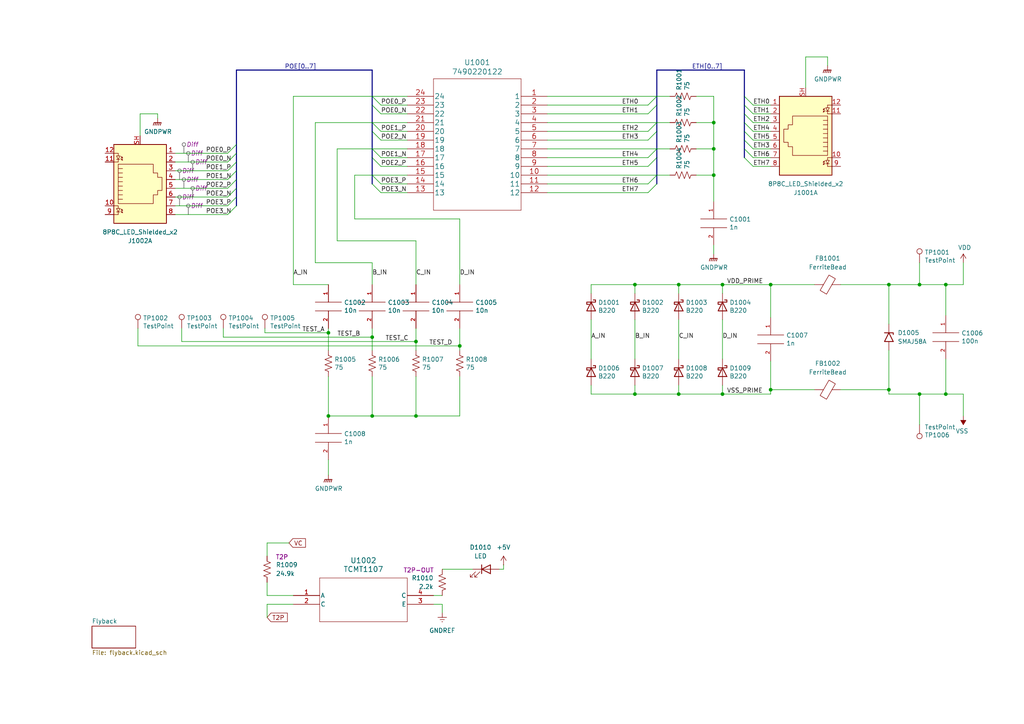
<source format=kicad_sch>
(kicad_sch (version 20231120) (generator "eeschema") (generator_version "8.0")
  (paper "A4")
  (lib_symbols
    (symbol "Connector:8P8C_LED_Shielded_x2"
      (property "Reference" "J" (at -5.08 13.97 0))
      (property "Value" "8P8C_LED_Shielded_x2" (at 1.27 13.97 0))
      (symbol "8P8C_LED_Shielded_x2_0_1"
        (polyline (pts (xy -7.62 -7.62) (xy -6.35 -7.62)))
        (polyline (pts (xy -7.62 -5.08) (xy -6.35 -5.08)))
        (polyline (pts (xy -7.62 7.62) (xy -6.35 7.62)))
        (polyline (pts (xy -7.62 10.16) (xy -6.35 10.16)))
        (polyline (pts (xy -6.858 -5.842) (xy -5.842 -5.842)))
        (polyline (pts (xy -6.858 9.398) (xy -5.842 9.398)))
        (polyline (pts (xy -6.35 -7.62) (xy -6.35 -6.858)))
        (polyline (pts (xy -6.35 -5.08) (xy -6.35 -5.842)))
        (polyline (pts (xy -6.35 7.62) (xy -6.35 8.382)))
        (polyline (pts (xy -6.35 10.16) (xy -6.35 9.398)))
        (polyline (pts (xy -5.08 -6.223) (xy -5.207 -6.604)))
        (polyline (pts (xy -5.08 -5.588) (xy -5.207 -5.969)))
        (polyline (pts (xy -5.08 4.445) (xy -6.35 4.445)))
        (polyline (pts (xy -5.08 5.715) (xy -6.35 5.715)))
        (polyline (pts (xy -5.08 9.017) (xy -5.207 8.636)))
        (polyline (pts (xy -5.08 9.652) (xy -5.207 9.271)))
        (polyline (pts (xy -6.35 -3.175) (xy -5.08 -3.175) (xy -5.08 -3.175)))
        (polyline (pts (xy -6.35 -1.905) (xy -5.08 -1.905) (xy -5.08 -1.905)))
        (polyline (pts (xy -6.35 -0.635) (xy -5.08 -0.635) (xy -5.08 -0.635)))
        (polyline (pts (xy -6.35 0.635) (xy -5.08 0.635) (xy -5.08 0.635)))
        (polyline (pts (xy -6.35 1.905) (xy -5.08 1.905) (xy -5.08 1.905)))
        (polyline (pts (xy -5.588 -6.731) (xy -5.08 -6.223) (xy -5.461 -6.35)))
        (polyline (pts (xy -5.588 -6.096) (xy -5.08 -5.588) (xy -5.461 -5.715)))
        (polyline (pts (xy -5.588 8.509) (xy -5.08 9.017) (xy -5.461 8.89)))
        (polyline (pts (xy -5.588 9.144) (xy -5.08 9.652) (xy -5.461 9.525)))
        (polyline (pts (xy -5.08 3.175) (xy -6.35 3.175) (xy -6.35 3.175)))
        (polyline (pts (xy -6.35 -5.842) (xy -6.858 -6.858) (xy -5.842 -6.858) (xy -6.35 -5.842)))
        (polyline (pts (xy -6.35 9.398) (xy -6.858 8.382) (xy -5.842 8.382) (xy -6.35 9.398)))
        (polyline (pts (xy -6.35 -4.445) (xy -6.35 6.985) (xy 3.81 6.985) (xy 3.81 4.445) (xy 5.08 4.445) (xy 5.08 3.175) (xy 6.35 3.175) (xy 6.35 -0.635) (xy 5.08 -0.635) (xy 5.08 -1.905) (xy 3.81 -1.905) (xy 3.81 -4.445) (xy -6.35 -4.445) (xy -6.35 -4.445)))
        (rectangle (start 7.62 12.7) (end -7.62 -10.16) (stroke (width 0.254)) (fill (type background)))
      )
      (symbol "8P8C_LED_Shielded_x2_1_1"
        (pin passive line (at 10.16 -7.62 180) (length 2.54) (name "~") (number "1"))
        (pin passive line (at -10.16 7.62 0) (length 2.54) (name "~") (number "10"))
        (pin passive line (at -10.16 -5.08 0) (length 2.54) (name "~") (number "11"))
        (pin passive line (at -10.16 -7.62 0) (length 2.54) (name "~") (number "12"))
        (pin passive line (at 10.16 -5.08 180) (length 2.54) (name "~") (number "2"))
        (pin passive line (at 10.16 -2.54 180) (length 2.54) (name "~") (number "3"))
        (pin passive line (at 10.16 0 180) (length 2.54) (name "~") (number "4"))
        (pin passive line (at 10.16 2.54 180) (length 2.54) (name "~") (number "5"))
        (pin passive line (at 10.16 5.08 180) (length 2.54) (name "~") (number "6"))
        (pin passive line (at 10.16 7.62 180) (length 2.54) (name "~") (number "7"))
        (pin passive line (at 10.16 10.16 180) (length 2.54) (name "~") (number "8"))
        (pin passive line (at -10.16 10.16 0) (length 2.54) (name "~") (number "9"))
        (pin passive line (at 0 -12.7 90) (length 2.54) (name "~") (number "SH"))
      )
      (symbol "8P8C_LED_Shielded_x2_2_1"
        (pin passive line (at 10.16 -7.62 180) (length 2.54) (name "~") (number "13"))
        (pin passive line (at 10.16 -5.08 180) (length 2.54) (name "~") (number "14"))
        (pin passive line (at 10.16 -2.54 180) (length 2.54) (name "~") (number "15"))
        (pin passive line (at 10.16 0 180) (length 2.54) (name "~") (number "16"))
        (pin passive line (at 10.16 2.54 180) (length 2.54) (name "~") (number "17"))
        (pin passive line (at 10.16 5.08 180) (length 2.54) (name "~") (number "18"))
        (pin passive line (at 10.16 7.62 180) (length 2.54) (name "~") (number "19"))
        (pin passive line (at 10.16 10.16 180) (length 2.54) (name "~") (number "20"))
        (pin passive line (at -10.16 10.16 0) (length 2.54) (name "~") (number "21"))
        (pin passive line (at -10.16 7.62 0) (length 2.54) (name "~") (number "22"))
        (pin passive line (at -10.16 -5.08 0) (length 2.54) (name "~") (number "23"))
        (pin passive line (at -10.16 -7.62 0) (length 2.54) (name "~") (number "24"))
        (pin passive line (at 0 -12.7 90) (length 2.54) (name "~") (number "SH"))
      )
    )
    (symbol "Connector:TestPoint" (pin_numbers hide) (pin_names (offset 0.762) hide)
      (property "Reference" "TP" (at 0 6.858 0))
      (property "Value" "TestPoint" (at 0 5.08 0))
      (symbol "TestPoint_0_1"
        (circle (center 0 3.302) (radius 0.762))
      )
      (symbol "TestPoint_1_1"
        (pin passive line (at 0 0 90) (length 2.54) (name "1") (number "1"))
      )
    )
    (symbol "Device:FerriteBead" (pin_numbers hide) (pin_names (offset 0))
      (property "Reference" "FB" (at -3.81 0.635 90))
      (property "Value" "FerriteBead" (at 3.81 0 90))
      (symbol "FerriteBead_0_1"
        (polyline (pts (xy 0 -1.27) (xy 0 -1.2192)))
        (polyline (pts (xy 0 1.27) (xy 0 1.2954)))
        (polyline (pts (xy -2.7686 0.4064) (xy -1.7018 2.2606) (xy 2.7686 -0.3048) (xy 1.6764 -2.159) (xy -2.7686 0.4064)))
      )
      (symbol "FerriteBead_1_1"
        (pin passive line (at 0 3.81 270) (length 2.54) (name "~") (number "1"))
        (pin passive line (at 0 -3.81 90) (length 2.54) (name "~") (number "2"))
      )
    )
    (symbol "Device:LED" (pin_numbers hide) (pin_names (offset 1.016) hide)
      (property "Reference" "D" (at 0 2.54 0))
      (property "Value" "LED" (at 0 -2.54 0))
      (symbol "LED_0_1"
        (polyline (pts (xy -1.27 -1.27) (xy -1.27 1.27)) (stroke (width 0.254)))
        (polyline (pts (xy -1.27 0) (xy 1.27 0)))
        (polyline (pts (xy 1.27 -1.27) (xy 1.27 1.27) (xy -1.27 0) (xy 1.27 -1.27)) (stroke (width 0.254)))
        (polyline (pts (xy -3.048 -0.762) (xy -4.572 -2.286) (xy -3.81 -2.286) (xy -4.572 -2.286) (xy -4.572 -1.524)))
        (polyline (pts (xy -1.778 -0.762) (xy -3.302 -2.286) (xy -2.54 -2.286) (xy -3.302 -2.286) (xy -3.302 -1.524)))
      )
      (symbol "LED_1_1"
        (pin passive line (at -3.81 0 0) (length 2.54) (name "K") (number "1"))
        (pin passive line (at 3.81 0 180) (length 2.54) (name "A") (number "2"))
      )
    )
    (symbol "Device:R_US" (pin_numbers hide) (pin_names (offset 0))
      (property "Reference" "R" (at 2.54 0 90))
      (property "Value" "R_US" (at -2.54 0 90))
      (symbol "R_US_0_1"
        (polyline (pts (xy 0 -2.286) (xy 0 -2.54)))
        (polyline (pts (xy 0 2.286) (xy 0 2.54)))
        (polyline (pts (xy 0 -0.762) (xy 1.016 -1.143) (xy 0 -1.524) (xy -1.016 -1.905) (xy 0 -2.286)))
        (polyline (pts (xy 0 0.762) (xy 1.016 0.381) (xy 0 0) (xy -1.016 -0.381) (xy 0 -0.762)))
        (polyline (pts (xy 0 2.286) (xy 1.016 1.905) (xy 0 1.524) (xy -1.016 1.143) (xy 0 0.762)))
      )
      (symbol "R_US_1_1"
        (pin passive line (at 0 3.81 270) (length 1.27) (name "~") (number "1"))
        (pin passive line (at 0 -3.81 90) (length 1.27) (name "~") (number "2"))
      )
    )
    (symbol "Diode:B220" (pin_numbers hide) (pin_names (offset 1.016) hide)
      (property "Reference" "D" (at 0 2.54 0))
      (property "Value" "B220" (at 0 -2.54 0))
      (symbol "B220_0_1"
        (polyline (pts (xy 1.27 0) (xy -1.27 0)))
        (polyline (pts (xy 1.27 1.27) (xy 1.27 -1.27) (xy -1.27 0) (xy 1.27 1.27)) (stroke (width 0.254)))
        (polyline (pts (xy -1.905 0.635) (xy -1.905 1.27) (xy -1.27 1.27) (xy -1.27 -1.27) (xy -0.635 -1.27) (xy -0.635 -0.635)) (stroke (width 0.254)))
      )
      (symbol "B220_1_1"
        (pin passive line (at -3.81 0 0) (length 2.54) (name "K") (number "1"))
        (pin passive line (at 3.81 0 180) (length 2.54) (name "A") (number "2"))
      )
    )
    (symbol "Diode:SMAJ58A" (pin_numbers hide) (pin_names (offset 1.016) hide)
      (property "Reference" "D" (at 0 2.54 0))
      (property "Value" "SMAJ58A" (at 0 -2.54 0))
      (symbol "SMAJ58A_0_1"
        (polyline (pts (xy -0.762 1.27) (xy -1.27 1.27) (xy -1.27 -1.27)) (stroke (width 0.254)))
        (polyline (pts (xy 1.27 1.27) (xy 1.27 -1.27) (xy -1.27 0) (xy 1.27 1.27)) (stroke (width 0.254)))
      )
      (symbol "SMAJ58A_1_1"
        (pin passive line (at -3.81 0 0) (length 2.54) (name "A1") (number "1"))
        (pin passive line (at 3.81 0 180) (length 2.54) (name "A2") (number "2"))
      )
    )
    (symbol "PoE-rescue:7490220122-7490220122" (pin_names (offset 0.254))
      (property "Reference" "U" (at 20.32 10.16 0))
      (property "Value" "7490220122_7490220122" (at 20.32 7.62 0))
      (symbol "7490220122-7490220122_1_1"
        (polyline (pts (xy 7.62 -33.02) (xy 33.02 -33.02)) (stroke (width 0.127)))
        (polyline (pts (xy 7.62 5.08) (xy 7.62 -33.02)) (stroke (width 0.127)))
        (polyline (pts (xy 33.02 -33.02) (xy 33.02 5.08)) (stroke (width 0.127)))
        (polyline (pts (xy 33.02 5.08) (xy 7.62 5.08)) (stroke (width 0.127)))
        (pin unspecified line (at 0 0 0) (length 7.62) (name "1") (number "1"))
        (pin unspecified line (at 0 -22.86 0) (length 7.62) (name "10") (number "10"))
        (pin unspecified line (at 0 -25.4 0) (length 7.62) (name "11") (number "11"))
        (pin unspecified line (at 0 -27.94 0) (length 7.62) (name "12") (number "12"))
        (pin unspecified line (at 40.64 -27.94 180) (length 7.62) (name "13") (number "13"))
        (pin unspecified line (at 40.64 -25.4 180) (length 7.62) (name "14") (number "14"))
        (pin unspecified line (at 40.64 -22.86 180) (length 7.62) (name "15") (number "15"))
        (pin unspecified line (at 40.64 -20.32 180) (length 7.62) (name "16") (number "16"))
        (pin unspecified line (at 40.64 -17.78 180) (length 7.62) (name "17") (number "17"))
        (pin unspecified line (at 40.64 -15.24 180) (length 7.62) (name "18") (number "18"))
        (pin unspecified line (at 40.64 -12.7 180) (length 7.62) (name "19") (number "19"))
        (pin unspecified line (at 0 -2.54 0) (length 7.62) (name "2") (number "2"))
        (pin unspecified line (at 40.64 -10.16 180) (length 7.62) (name "20") (number "20"))
        (pin unspecified line (at 40.64 -7.62 180) (length 7.62) (name "21") (number "21"))
        (pin unspecified line (at 40.64 -5.08 180) (length 7.62) (name "22") (number "22"))
        (pin unspecified line (at 40.64 -2.54 180) (length 7.62) (name "23") (number "23"))
        (pin unspecified line (at 40.64 0 180) (length 7.62) (name "24") (number "24"))
        (pin unspecified line (at 0 -5.08 0) (length 7.62) (name "3") (number "3"))
        (pin unspecified line (at 0 -7.62 0) (length 7.62) (name "4") (number "4"))
        (pin unspecified line (at 0 -10.16 0) (length 7.62) (name "5") (number "5"))
        (pin unspecified line (at 0 -12.7 0) (length 7.62) (name "6") (number "6"))
        (pin unspecified line (at 0 -15.24 0) (length 7.62) (name "7") (number "7"))
        (pin unspecified line (at 0 -17.78 0) (length 7.62) (name "8") (number "8"))
        (pin unspecified line (at 0 -20.32 0) (length 7.62) (name "9") (number "9"))
      )
    )
    (symbol "PoE-rescue:C-pspice" (pin_names (offset 0.254))
      (property "Reference" "C" (at 2.54 3.81 90))
      (property "Value" "pspice_C" (at 2.54 -3.81 90))
      (symbol "C-pspice_0_1"
        (polyline (pts (xy -3.81 -1.27) (xy 3.81 -1.27)))
        (polyline (pts (xy -3.81 1.27) (xy 3.81 1.27)))
      )
      (symbol "C-pspice_1_1"
        (pin passive line (at 0 6.35 270) (length 5.08) (name "~") (number "1"))
        (pin passive line (at 0 -6.35 90) (length 5.08) (name "~") (number "2"))
      )
    )
    (symbol "PoE-rescue:GNDPWR-power" (power) (pin_names (offset 0))
      (property "Value" "power_GNDPWR" (at 0 -3.302 0))
      (symbol "GNDPWR-power_0_1"
        (polyline (pts (xy 0 -1.27) (xy 0 0)))
        (polyline (pts (xy -1.016 -1.27) (xy -1.27 -2.032) (xy -1.27 -2.032)) (stroke (width 0.2032)))
        (polyline (pts (xy -0.508 -1.27) (xy -0.762 -2.032) (xy -0.762 -2.032)) (stroke (width 0.2032)))
        (polyline (pts (xy 0 -1.27) (xy -0.254 -2.032) (xy -0.254 -2.032)) (stroke (width 0.2032)))
        (polyline (pts (xy 0.508 -1.27) (xy 0.254 -2.032) (xy 0.254 -2.032)) (stroke (width 0.2032)))
        (polyline (pts (xy 1.016 -1.27) (xy -1.016 -1.27) (xy -1.016 -1.27)) (stroke (width 0.2032)))
        (polyline (pts (xy 1.016 -1.27) (xy 0.762 -2.032) (xy 0.762 -2.032) (xy 0.762 -2.032)) (stroke (width 0.2032)))
      )
      (symbol "GNDPWR-power_1_1"
        (pin power_in line (at 0 0 270) (length 0) hide (name "GNDPWR") (number "1"))
      )
    )
    (symbol "PoE-rescue:VDD-power" (power) (pin_names (offset 0))
      (property "Value" "power_VDD" (at 0 3.81 0))
      (symbol "VDD-power_0_1"
        (polyline (pts (xy -0.762 1.27) (xy 0 2.54)))
        (polyline (pts (xy 0 0) (xy 0 2.54)))
        (polyline (pts (xy 0 2.54) (xy 0.762 1.27)))
      )
      (symbol "VDD-power_1_1"
        (pin power_in line (at 0 0 90) (length 0) hide (name "VDD") (number "1"))
      )
    )
    (symbol "PoE-rescue:VSS-power" (power) (pin_names (offset 0))
      (property "Value" "power_VSS" (at 0 3.81 0))
      (symbol "VSS-power_0_1"
        (polyline (pts (xy 0 0) (xy 0 2.54)))
        (polyline (pts (xy 0.762 1.27) (xy -0.762 1.27) (xy 0 2.54) (xy 0.762 1.27)) (fill (type outline)))
      )
      (symbol "VSS-power_1_1"
        (pin power_in line (at 0 0 90) (length 0) hide (name "VSS") (number "1"))
      )
    )
    (symbol "TCMT1107:TCMT1107" (pin_names (offset 0.254))
      (property "Reference" "U" (at 20.32 10.16 0))
      (property "Value" "TCMT1107" (at 20.32 7.62 0))
      (symbol "TCMT1107_0_1"
        (polyline (pts (xy 7.62 -7.62) (xy 33.02 -7.62)) (stroke (width 0.127)))
        (polyline (pts (xy 7.62 5.08) (xy 7.62 -7.62)) (stroke (width 0.127)))
        (polyline (pts (xy 33.02 -7.62) (xy 33.02 5.08)) (stroke (width 0.127)))
        (polyline (pts (xy 33.02 5.08) (xy 7.62 5.08)) (stroke (width 0.127)))
        (pin unspecified line (at 0 0 0) (length 7.62) (name "A") (number "1"))
        (pin unspecified line (at 0 -2.54 0) (length 7.62) (name "C") (number "2"))
        (pin unspecified line (at 40.64 -2.54 180) (length 7.62) (name "E") (number "3"))
        (pin unspecified line (at 40.64 0 180) (length 7.62) (name "C") (number "4"))
      )
    )
    (symbol "power:+5V" (power) (pin_numbers hide) (pin_names (offset 0) hide)
      (property "Value" "+5V" (at 0 3.556 0))
      (symbol "+5V_0_1"
        (polyline (pts (xy -0.762 1.27) (xy 0 2.54)))
        (polyline (pts (xy 0 0) (xy 0 2.54)))
        (polyline (pts (xy 0 2.54) (xy 0.762 1.27)))
      )
      (symbol "+5V_1_1"
        (pin power_in line (at 0 0 90) (length 0) (name "~") (number "1"))
      )
    )
    (symbol "power:GNDREF" (power) (pin_numbers hide) (pin_names (offset 0) hide)
      (property "Value" "GNDREF" (at 0 -3.81 0))
      (symbol "GNDREF_0_1"
        (polyline (pts (xy -0.635 -1.905) (xy 0.635 -1.905)))
        (polyline (pts (xy -0.127 -2.54) (xy 0.127 -2.54)))
        (polyline (pts (xy 0 -1.27) (xy 0 0)))
        (polyline (pts (xy 1.27 -1.27) (xy -1.27 -1.27)))
      )
      (symbol "GNDREF_1_1"
        (pin power_in line (at 0 0 270) (length 0) (name "~") (number "1"))
      )
    )
  )
  (junction (at 120.65 120.65))
  (junction (at 274.32 114.3))
  (junction (at 266.7 114.3))
  (junction (at 274.32 82.55))
  (junction (at 207.01 43.18))
  (junction (at 223.52 82.55))
  (junction (at 209.55 114.3))
  (junction (at 209.55 82.55))
  (junction (at 196.85 114.3))
  (junction (at 266.7 82.55))
  (junction (at 184.15 82.55))
  (junction (at 120.65 99.06))
  (junction (at 257.81 113.03))
  (junction (at 107.95 120.65))
  (junction (at 207.01 50.8))
  (junction (at 107.95 97.79))
  (junction (at 95.25 96.52))
  (junction (at 196.85 82.55))
  (junction (at 223.52 113.03))
  (junction (at 257.81 82.55))
  (junction (at 95.25 120.65))
  (junction (at 133.35 100.33))
  (junction (at 184.15 114.3))
  (junction (at 207.01 35.56))
  (bus_entry (at 190.5 45.72) (size -2.54 2.54))
  (bus_entry (at 190.5 53.34) (size -2.54 2.54))
  (bus_entry (at 215.9 45.72) (size 2.54 2.54))
  (bus_entry (at 215.9 38.1) (size 2.54 2.54))
  (bus_entry (at 215.9 43.18) (size 2.54 2.54))
  (bus_entry (at 107.95 43.18) (size 2.54 2.54))
  (bus_entry (at 190.5 50.8) (size -2.54 2.54))
  (bus_entry (at 107.95 50.8) (size 2.54 2.54))
  (bus_entry (at 107.95 53.34) (size 2.54 2.54))
  (bus_entry (at 107.95 35.56) (size 2.54 2.54))
  (bus_entry (at 107.95 27.94) (size 2.54 2.54))
  (bus_entry (at 215.9 30.48) (size 2.54 2.54))
  (bus_entry (at 66.04 54.61) (size 2.54 -2.54))
  (bus_entry (at 66.04 57.15) (size 2.54 -2.54))
  (bus_entry (at 190.5 38.1) (size -2.54 2.54))
  (bus_entry (at 107.95 38.1) (size 2.54 2.54))
  (bus_entry (at 66.04 49.53) (size 2.54 -2.54))
  (bus_entry (at 190.5 27.94) (size -2.54 2.54))
  (bus_entry (at 215.9 33.02) (size 2.54 2.54))
  (bus_entry (at 66.04 52.07) (size 2.54 -2.54))
  (bus_entry (at 66.04 59.69) (size 2.54 -2.54))
  (bus_entry (at 66.04 46.99) (size 2.54 -2.54))
  (bus_entry (at 66.04 62.23) (size 2.54 -2.54))
  (bus_entry (at 107.95 30.48) (size 2.54 2.54))
  (bus_entry (at 215.9 35.56) (size 2.54 2.54))
  (bus_entry (at 190.5 43.18) (size -2.54 2.54))
  (bus_entry (at 215.9 40.64) (size 2.54 2.54))
  (bus_entry (at 190.5 35.56) (size -2.54 2.54))
  (bus_entry (at 107.95 45.72) (size 2.54 2.54))
  (bus_entry (at 190.5 30.48) (size -2.54 2.54))
  (bus_entry (at 215.9 27.94) (size 2.54 2.54))
  (bus_entry (at 66.04 44.45) (size 2.54 -2.54))
  (wire (pts (xy 233.68 16.51) (xy 240.03 16.51)))
  (bus (pts (xy 68.58 59.69) (xy 68.58 57.15)))
  (wire (pts (xy 77.47 172.72) (xy 85.09 172.72)))
  (wire (pts (xy 196.85 82.55) (xy 196.85 85.09)))
  (wire (pts (xy 110.49 48.26) (xy 118.11 48.26)))
  (wire (pts (xy 158.75 27.94) (xy 190.5 27.94)))
  (wire (pts (xy 107.95 76.2) (xy 107.95 82.55)))
  (wire (pts (xy 196.85 82.55) (xy 209.55 82.55)))
  (wire (pts (xy 209.55 114.3) (xy 209.55 111.76)))
  (wire (pts (xy 50.8 54.61) (xy 66.04 54.61)))
  (wire (pts (xy 97.79 43.18) (xy 97.79 69.85)))
  (wire (pts (xy 50.8 59.69) (xy 66.04 59.69)))
  (wire (pts (xy 184.15 114.3) (xy 184.15 111.76)))
  (wire (pts (xy 77.47 175.26) (xy 77.47 179.07)))
  (wire (pts (xy 45.72 33.02) (xy 45.72 34.29)))
  (wire (pts (xy 95.25 109.22) (xy 95.25 120.65)))
  (wire (pts (xy 207.01 27.94) (xy 207.01 35.56)))
  (bus (pts (xy 68.58 57.15) (xy 68.58 54.61)))
  (bus (pts (xy 107.95 20.32) (xy 107.95 27.94)))
  (wire (pts (xy 40.005 100.33) (xy 133.35 100.33)))
  (wire (pts (xy 196.85 114.3) (xy 209.55 114.3)))
  (wire (pts (xy 171.45 111.76) (xy 171.45 114.3)))
  (bus (pts (xy 68.58 41.91) (xy 68.58 20.32)))
  (wire (pts (xy 158.75 40.64) (xy 187.96 40.64)))
  (bus (pts (xy 190.5 27.94) (xy 190.5 30.48)))
  (wire (pts (xy 107.95 50.8) (xy 118.11 50.8)))
  (wire (pts (xy 274.32 82.55) (xy 274.32 91.44)))
  (bus (pts (xy 190.5 35.56) (xy 190.5 38.1)))
  (wire (pts (xy 266.7 76.2) (xy 266.7 82.55)))
  (wire (pts (xy 209.55 82.55) (xy 209.55 85.09)))
  (bus (pts (xy 190.5 20.32) (xy 190.5 27.94)))
  (wire (pts (xy 257.81 113.03) (xy 257.81 114.3)))
  (wire (pts (xy 257.81 82.55) (xy 257.81 93.98)))
  (wire (pts (xy 171.45 92.71) (xy 171.45 104.14)))
  (wire (pts (xy 207.01 35.56) (xy 201.93 35.56)))
  (wire (pts (xy 171.45 82.55) (xy 184.15 82.55)))
  (wire (pts (xy 120.65 120.65) (xy 133.35 120.65)))
  (bus (pts (xy 215.9 43.18) (xy 215.9 45.72)))
  (bus (pts (xy 107.95 35.56) (xy 107.95 38.1)))
  (wire (pts (xy 125.73 172.72) (xy 128.27 172.72)))
  (wire (pts (xy 137.16 165.1) (xy 128.27 165.1)))
  (wire (pts (xy 95.25 96.52) (xy 95.25 101.6)))
  (bus (pts (xy 190.5 45.72) (xy 190.5 50.8)))
  (wire (pts (xy 196.85 104.14) (xy 196.85 92.71)))
  (wire (pts (xy 207.01 50.8) (xy 207.01 58.42)))
  (wire (pts (xy 207.01 50.8) (xy 201.93 50.8)))
  (wire (pts (xy 223.52 113.03) (xy 236.22 113.03)))
  (wire (pts (xy 107.95 97.79) (xy 107.95 101.6)))
  (wire (pts (xy 110.49 30.48) (xy 118.11 30.48)))
  (wire (pts (xy 279.4 114.3) (xy 274.32 114.3)))
  (wire (pts (xy 95.25 133.35) (xy 95.25 137.795)))
  (wire (pts (xy 52.705 99.06) (xy 52.705 95.25)))
  (wire (pts (xy 184.15 82.55) (xy 184.15 85.09)))
  (wire (pts (xy 158.75 45.72) (xy 187.96 45.72)))
  (bus (pts (xy 107.95 45.72) (xy 107.95 50.8)))
  (wire (pts (xy 257.81 114.3) (xy 266.7 114.3)))
  (bus (pts (xy 190.5 38.1) (xy 190.5 43.18)))
  (wire (pts (xy 279.4 82.55) (xy 274.32 82.55)))
  (bus (pts (xy 215.9 20.32) (xy 215.9 27.94)))
  (bus (pts (xy 215.9 40.64) (xy 215.9 43.18)))
  (wire (pts (xy 107.95 35.56) (xy 118.11 35.56)))
  (wire (pts (xy 107.95 43.18) (xy 118.11 43.18)))
  (wire (pts (xy 201.93 27.94) (xy 207.01 27.94)))
  (bus (pts (xy 190.5 20.32) (xy 215.9 20.32)))
  (wire (pts (xy 218.44 38.1) (xy 223.52 38.1)))
  (wire (pts (xy 77.47 161.29) (xy 77.47 157.48)))
  (wire (pts (xy 107.95 109.22) (xy 107.95 120.65)))
  (wire (pts (xy 50.8 49.53) (xy 66.04 49.53)))
  (wire (pts (xy 133.35 95.25) (xy 133.35 100.33)))
  (wire (pts (xy 266.7 114.3) (xy 274.32 114.3)))
  (bus (pts (xy 215.9 30.48) (xy 215.9 33.02)))
  (wire (pts (xy 257.81 101.6) (xy 257.81 113.03)))
  (wire (pts (xy 95.25 95.25) (xy 95.25 96.52)))
  (wire (pts (xy 194.31 43.18) (xy 190.5 43.18)))
  (wire (pts (xy 196.85 114.3) (xy 196.85 111.76)))
  (wire (pts (xy 120.65 69.85) (xy 120.65 82.55)))
  (bus (pts (xy 68.58 49.53) (xy 68.58 46.99)))
  (wire (pts (xy 85.09 27.94) (xy 85.09 82.55)))
  (wire (pts (xy 77.47 168.91) (xy 77.47 172.72)))
  (wire (pts (xy 218.44 43.18) (xy 223.52 43.18)))
  (wire (pts (xy 91.44 35.56) (xy 91.44 76.2)))
  (wire (pts (xy 158.75 38.1) (xy 187.96 38.1)))
  (wire (pts (xy 207.01 43.18) (xy 201.93 43.18)))
  (wire (pts (xy 218.44 33.02) (xy 223.52 33.02)))
  (wire (pts (xy 110.49 45.72) (xy 118.11 45.72)))
  (wire (pts (xy 209.55 114.3) (xy 223.52 114.3)))
  (bus (pts (xy 107.95 50.8) (xy 107.95 53.34)))
  (bus (pts (xy 68.58 44.45) (xy 68.58 41.91)))
  (bus (pts (xy 68.58 52.07) (xy 68.58 49.53)))
  (wire (pts (xy 50.8 44.45) (xy 66.04 44.45)))
  (bus (pts (xy 190.5 50.8) (xy 190.5 53.34)))
  (wire (pts (xy 110.49 53.34) (xy 118.11 53.34)))
  (wire (pts (xy 64.77 97.79) (xy 107.95 97.79)))
  (bus (pts (xy 107.95 27.94) (xy 107.95 30.48)))
  (wire (pts (xy 218.44 45.72) (xy 223.52 45.72)))
  (wire (pts (xy 209.55 104.14) (xy 209.55 92.71)))
  (wire (pts (xy 76.835 96.52) (xy 76.835 95.25)))
  (wire (pts (xy 110.49 40.64) (xy 118.11 40.64)))
  (wire (pts (xy 207.01 35.56) (xy 207.01 43.18)))
  (wire (pts (xy 158.75 53.34) (xy 187.96 53.34)))
  (wire (pts (xy 77.47 157.48) (xy 83.82 157.48)))
  (wire (pts (xy 171.45 85.09) (xy 171.45 82.55)))
  (wire (pts (xy 85.09 82.55) (xy 95.25 82.55)))
  (wire (pts (xy 194.31 50.8) (xy 190.5 50.8)))
  (wire (pts (xy 50.8 62.23) (xy 66.04 62.23)))
  (wire (pts (xy 171.45 114.3) (xy 184.15 114.3)))
  (wire (pts (xy 146.05 163.83) (xy 146.05 165.1)))
  (wire (pts (xy 158.75 48.26) (xy 187.96 48.26)))
  (wire (pts (xy 102.87 50.8) (xy 102.87 63.5)))
  (wire (pts (xy 233.68 25.4) (xy 233.68 16.51)))
  (wire (pts (xy 243.84 113.03) (xy 257.81 113.03)))
  (wire (pts (xy 102.87 50.8) (xy 107.95 50.8)))
  (wire (pts (xy 50.8 52.07) (xy 66.04 52.07)))
  (wire (pts (xy 85.09 175.26) (xy 77.47 175.26)))
  (wire (pts (xy 184.15 82.55) (xy 196.85 82.55)))
  (wire (pts (xy 91.44 76.2) (xy 107.95 76.2)))
  (wire (pts (xy 64.77 97.79) (xy 64.77 95.25)))
  (wire (pts (xy 243.84 82.55) (xy 257.81 82.55)))
  (wire (pts (xy 133.35 109.22) (xy 133.35 120.65)))
  (wire (pts (xy 110.49 55.88) (xy 118.11 55.88)))
  (wire (pts (xy 266.7 82.55) (xy 274.32 82.55)))
  (bus (pts (xy 190.5 43.18) (xy 190.5 45.72)))
  (wire (pts (xy 110.49 38.1) (xy 118.11 38.1)))
  (wire (pts (xy 158.75 30.48) (xy 187.96 30.48)))
  (wire (pts (xy 158.75 43.18) (xy 190.5 43.18)))
  (wire (pts (xy 190.5 27.94) (xy 194.31 27.94)))
  (wire (pts (xy 207.01 43.18) (xy 207.01 50.8)))
  (wire (pts (xy 95.25 120.65) (xy 107.95 120.65)))
  (bus (pts (xy 107.95 43.18) (xy 107.95 45.72)))
  (bus (pts (xy 68.58 20.32) (xy 107.95 20.32)))
  (bus (pts (xy 215.9 38.1) (xy 215.9 40.64)))
  (wire (pts (xy 184.15 104.14) (xy 184.15 92.71)))
  (wire (pts (xy 120.65 99.06) (xy 120.65 101.6)))
  (wire (pts (xy 76.835 96.52) (xy 95.25 96.52)))
  (wire (pts (xy 120.65 95.25) (xy 120.65 99.06)))
  (wire (pts (xy 120.65 109.22) (xy 120.65 120.65)))
  (wire (pts (xy 50.8 46.99) (xy 66.04 46.99)))
  (wire (pts (xy 274.32 104.14) (xy 274.32 114.3)))
  (wire (pts (xy 97.79 69.85) (xy 120.65 69.85)))
  (wire (pts (xy 40.64 39.37) (xy 40.64 33.02)))
  (bus (pts (xy 68.58 54.61) (xy 68.58 52.07)))
  (wire (pts (xy 158.75 33.02) (xy 187.96 33.02)))
  (bus (pts (xy 190.5 30.48) (xy 190.5 35.56)))
  (wire (pts (xy 107.95 120.65) (xy 120.65 120.65)))
  (wire (pts (xy 279.4 114.3) (xy 279.4 120.65)))
  (wire (pts (xy 97.79 43.18) (xy 107.95 43.18)))
  (wire (pts (xy 128.27 175.26) (xy 128.27 177.8)))
  (wire (pts (xy 107.95 95.25) (xy 107.95 97.79)))
  (wire (pts (xy 257.81 82.55) (xy 266.7 82.55)))
  (wire (pts (xy 50.8 57.15) (xy 66.04 57.15)))
  (bus (pts (xy 107.95 38.1) (xy 107.95 43.18)))
  (wire (pts (xy 52.705 99.06) (xy 120.65 99.06)))
  (wire (pts (xy 207.01 71.12) (xy 207.01 73.66)))
  (wire (pts (xy 133.35 100.33) (xy 133.35 101.6)))
  (wire (pts (xy 218.44 40.64) (xy 223.52 40.64)))
  (wire (pts (xy 158.75 55.88) (xy 187.96 55.88)))
  (bus (pts (xy 107.95 30.48) (xy 107.95 35.56)))
  (wire (pts (xy 110.49 33.02) (xy 118.11 33.02)))
  (wire (pts (xy 107.95 27.94) (xy 85.09 27.94)))
  (wire (pts (xy 102.87 63.5) (xy 133.35 63.5)))
  (wire (pts (xy 158.75 50.8) (xy 190.5 50.8)))
  (wire (pts (xy 223.52 104.775) (xy 223.52 113.03)))
  (wire (pts (xy 91.44 35.56) (xy 107.95 35.56)))
  (wire (pts (xy 40.005 100.33) (xy 40.005 95.25)))
  (wire (pts (xy 266.7 114.3) (xy 266.7 123.19)))
  (wire (pts (xy 218.44 35.56) (xy 223.52 35.56)))
  (wire (pts (xy 125.73 175.26) (xy 128.27 175.26)))
  (wire (pts (xy 184.15 114.3) (xy 196.85 114.3)))
  (wire (pts (xy 223.52 82.55) (xy 236.22 82.55)))
  (wire (pts (xy 240.03 16.51) (xy 240.03 19.05)))
  (wire (pts (xy 118.11 27.94) (xy 107.95 27.94)))
  (bus (pts (xy 215.9 27.94) (xy 215.9 30.48)))
  (wire (pts (xy 209.55 82.55) (xy 223.52 82.55)))
  (wire (pts (xy 279.4 82.55) (xy 279.4 76.2)))
  (bus (pts (xy 68.58 46.99) (xy 68.58 44.45)))
  (wire (pts (xy 158.75 35.56) (xy 190.5 35.56)))
  (wire (pts (xy 40.64 33.02) (xy 45.72 33.02)))
  (wire (pts (xy 218.44 48.26) (xy 223.52 48.26)))
  (wire (pts (xy 223.52 30.48) (xy 218.44 30.48)))
  (wire (pts (xy 133.35 63.5) (xy 133.35 82.55)))
  (wire (pts (xy 194.31 35.56) (xy 190.5 35.56)))
  (wire (pts (xy 146.05 165.1) (xy 144.78 165.1)))
  (bus (pts (xy 215.9 35.56) (xy 215.9 38.1)))
  (bus (pts (xy 215.9 33.02) (xy 215.9 35.56)))
  (wire (pts (xy 223.52 92.075) (xy 223.52 82.55)))
  (wire (pts (xy 223.52 113.03) (xy 223.52 114.3)))
  (label "ETH[0..7]" (at 200.66 20.32 0))
  (label "ETH6" (at 218.44 45.72 0))
  (label "VSS_PRIME" (at 210.82 114.3 0))
  (label "POE[0..7]" (at 82.55 20.32 0))
  (label "ETH2" (at 218.44 35.56 0))
  (label "D_IN" (at 133.35 80.01 0))
  (label "ETH4" (at 218.44 38.1 0))
  (label "POE3_N" (at 59.69 62.23 0))
  (label "POE1_P" (at 59.69 49.53 0))
  (label "TEST_C" (at 111.76 99.06 0))
  (label "ETH5" (at 218.44 40.64 0))
  (label "POE1_N" (at 110.49 45.72 0))
  (label "POE3_N" (at 110.49 55.88 0))
  (label "POE1_N" (at 59.69 52.07 0))
  (label "POE0_N" (at 110.49 33.02 0))
  (label "POE2_P" (at 110.49 48.26 0))
  (label "ETH7" (at 180.34 55.88 0))
  (label "ETH3" (at 180.34 40.64 0))
  (label "ETH5" (at 180.34 48.26 0))
  (label "ETH4" (at 180.34 45.72 0))
  (label "TEST_B" (at 97.79 97.79 0))
  (label "ETH2" (at 180.34 38.1 0))
  (label "POE3_P" (at 59.69 59.69 0))
  (label "A_IN" (at 85.09 80.01 0))
  (label "C_IN" (at 196.85 98.425 0))
  (label "C_IN" (at 120.65 80.01 0))
  (label "VDD_PRIME" (at 210.82 82.55 0))
  (label "ETH0" (at 180.34 30.48 0))
  (label "TEST_A" (at 87.63 96.52 0))
  (label "ETH6" (at 180.34 53.34 0))
  (label "TEST_D" (at 124.46 100.33 0))
  (label "POE0_N" (at 59.69 46.99 0))
  (label "POE2_N" (at 110.49 40.64 0))
  (label "POE0_P" (at 59.69 44.45 0))
  (label "B_IN" (at 184.15 98.425 0))
  (label "POE3_P" (at 110.49 53.34 0))
  (label "ETH1" (at 180.34 33.02 0))
  (label "ETH7" (at 218.44 48.26 0))
  (label "ETH1" (at 218.44 33.02 0))
  (label "ETH3" (at 218.44 43.18 0))
  (label "D_IN" (at 209.55 98.425 0))
  (label "POE2_N" (at 59.69 57.15 0))
  (label "A_IN" (at 171.45 98.425 0))
  (label "ETH0" (at 218.44 30.48 0))
  (label "POE1_P" (at 110.49 38.1 0))
  (label "POE0_P" (at 110.49 30.48 0))
  (label "B_IN" (at 107.95 80.01 0))
  (label "POE2_P" (at 59.69 54.61 0))
  (global_label "T2P" (shape input) (at 77.47 179.07 0) (property "Intersheetrefs" "${INTERSHEET_REFS}" (effects (hide yes))))
  (global_label "VC" (shape input) (at 83.82 157.48 0) (property "Intersheetrefs" "${INTERSHEET_REFS}" (effects (hide yes))))
  (netclass_flag "" (length 2.54) (shape round) (at 52.07 52.07 0) (property "Netclass" "Diff" (at 52.7685 49.53 0) (effects (font (italic yes)) (justify left))))
  (netclass_flag "" (length 2.54) (shape round) (at 53.34 54.61 0) (property "Netclass" "Diff" (at 54.0385 52.07 0) (effects (font (italic yes)) (justify left))))
  (netclass_flag "" (length 2.54) (shape round) (at 54.61 62.23 0) (property "Netclass" "Diff" (at 55.3085 59.69 0) (effects (font (italic yes)) (justify left))))
  (netclass_flag "" (length 2.54) (shape round) (at 55.88 57.15 0) (property "Netclass" "Diff" (at 56.5785 54.61 0) (effects (font (italic yes)) (justify left))))
  (netclass_flag "" (length 2.54) (shape round) (at 54.61 46.99 0) (property "Netclass" "Diff" (at 55.3085 44.45 0) (effects (font (italic yes)) (justify left))))
  (netclass_flag "" (length 2.54) (shape round) (at 53.34 44.45 0) (property "Netclass" "Diff" (at 54.0385 41.91 0) (effects (font (italic yes)) (justify left))))
  (netclass_flag "" (length 2.54) (shape round) (at 52.07 59.69 0) (property "Netclass" "Diff" (at 52.7685 57.15 0) (effects (font (italic yes)) (justify left))))
  (netclass_flag "" (length 2.54) (shape round) (at 55.88 49.53 0) (property "Netclass" "Diff" (at 56.5785 46.99 0) (effects (font (italic yes)) (justify left))))
  (symbol (lib_id "PoE-rescue:7490220122-7490220122") (at 158.75 27.94 0) (mirror y) (unit 1)
    (property "Reference" "U1001" (at 138.43 18.1102 0) (effects (font (size 1.524 1.524))))
    (property "Value" "7490220122" (at 138.43 20.8026 0) (effects (font (size 1.524 1.524))))
    (property "Footprint" "footprints:7490220122" (effects (hide yes)))
  )
  (symbol (lib_id "PoE-rescue:C-pspice") (at 95.25 88.9 0) (unit 1)
    (property "Reference" "C1002" (at 99.7712 87.7316 0) (effects (justify left)))
    (property "Value" "10n" (at 99.7712 90.043 0) (effects (justify left)))
    (property "Footprint" "Capacitor_SMD:C_0805_2012Metric" (effects (hide yes)))
  )
  (symbol (lib_id "PoE-rescue:C-pspice") (at 107.95 88.9 0) (unit 1)
    (property "Reference" "C1003" (at 112.4712 87.7316 0) (effects (justify left)))
    (property "Value" "10n" (at 112.4712 90.043 0) (effects (justify left)))
    (property "Footprint" "Capacitor_SMD:C_0805_2012Metric" (effects (hide yes)))
  )
  (symbol (lib_id "PoE-rescue:C-pspice") (at 120.65 88.9 0) (unit 1)
    (property "Reference" "C1004" (at 125.1712 87.7316 0) (effects (justify left)))
    (property "Value" "10n" (at 125.1712 90.043 0) (effects (justify left)))
    (property "Footprint" "Capacitor_SMD:C_0805_2012Metric" (effects (hide yes)))
  )
  (symbol (lib_id "PoE-rescue:C-pspice") (at 133.35 88.9 0) (unit 1)
    (property "Reference" "C1005" (at 137.8712 87.7316 0) (effects (justify left)))
    (property "Value" "10n" (at 137.8712 90.043 0) (effects (justify left)))
    (property "Footprint" "Capacitor_SMD:C_0805_2012Metric" (effects (hide yes)))
  )
  (symbol (lib_id "Device:R_US") (at 95.25 105.41 0) (unit 1)
    (property "Reference" "R1005" (at 96.9772 104.2416 0) (effects (justify left)))
    (property "Value" "75" (at 96.9772 106.553 0) (effects (justify left)))
    (property "Footprint" "Resistor_SMD:R_0805_2012Metric" (effects (hide yes)))
  )
  (symbol (lib_id "Device:R_US") (at 107.95 105.41 0) (unit 1)
    (property "Reference" "R1006" (at 109.6772 104.2416 0) (effects (justify left)))
    (property "Value" "75" (at 109.6772 106.553 0) (effects (justify left)))
    (property "Footprint" "Resistor_SMD:R_0805_2012Metric" (effects (hide yes)))
  )
  (symbol (lib_id "Device:R_US") (at 120.65 105.41 0) (unit 1)
    (property "Reference" "R1007" (at 122.3772 104.2416 0) (effects (justify left)))
    (property "Value" "75" (at 122.3772 106.553 0) (effects (justify left)))
    (property "Footprint" "Resistor_SMD:R_0805_2012Metric" (effects (hide yes)))
  )
  (symbol (lib_id "Device:R_US") (at 133.35 105.41 0) (unit 1)
    (property "Reference" "R1008" (at 135.0772 104.2416 0) (effects (justify left)))
    (property "Value" "75" (at 135.0772 106.553 0) (effects (justify left)))
    (property "Footprint" "Resistor_SMD:R_0805_2012Metric" (effects (hide yes)))
  )
  (symbol (lib_id "PoE-rescue:C-pspice") (at 95.25 127 0) (unit 1)
    (property "Reference" "C1008" (at 99.7712 125.8316 0) (effects (justify left)))
    (property "Value" "1n" (at 99.7712 128.143 0) (effects (justify left)))
    (property "Footprint" "Capacitor_SMD:C_0805_2012Metric" (effects (hide yes)))
  )
  (symbol (lib_id "PoE-rescue:GNDPWR-power") (at 95.25 137.795 0) (unit 1)
    (property "Reference" "#PWR01006" (effects (hide yes)))
    (property "Value" "GNDPWR" (at 95.3516 141.7066 0))
  )
  (symbol (lib_id "Connector:TestPoint") (at 40.005 95.25 0) (unit 1)
    (property "Reference" "TP1002" (at 41.4782 92.2528 0) (effects (justify left)))
    (property "Value" "TestPoint" (at 41.4782 94.5642 0) (effects (justify left)))
    (property "Footprint" "SparkFun-Connector:TestPoint-1.0mm" (effects (hide yes)))
  )
  (symbol (lib_id "Connector:TestPoint") (at 52.705 95.25 0) (unit 1)
    (property "Reference" "TP1003" (at 54.1782 92.2528 0) (effects (justify left)))
    (property "Value" "TestPoint" (at 54.1782 94.5642 0) (effects (justify left)))
    (property "Footprint" "SparkFun-Connector:TestPoint-1.0mm" (effects (hide yes)))
  )
  (symbol (lib_id "Connector:TestPoint") (at 64.77 95.25 0) (unit 1)
    (property "Reference" "TP1004" (at 66.2432 92.2528 0) (effects (justify left)))
    (property "Value" "TestPoint" (at 66.2432 94.5642 0) (effects (justify left)))
    (property "Footprint" "SparkFun-Connector:TestPoint-1.0mm" (effects (hide yes)))
  )
  (symbol (lib_id "Connector:TestPoint") (at 76.835 95.25 0) (unit 1)
    (property "Reference" "TP1005" (at 78.3082 92.2528 0) (effects (justify left)))
    (property "Value" "TestPoint" (at 78.3082 94.5642 0) (effects (justify left)))
    (property "Footprint" "SparkFun-Connector:TestPoint-1.0mm" (effects (hide yes)))
  )
  (symbol (lib_id "Diode:B220") (at 171.45 88.9 270) (unit 1)
    (property "Reference" "D1001" (at 173.482 87.7316 90) (effects (justify left)))
    (property "Value" "B220" (at 173.482 90.043 90) (effects (justify left)))
    (property "Footprint" "Diode_SMD:D_SMB" (effects (hide yes)))
    (property "Datasheet" "http://www.jameco.com/Jameco/Products/ProdDS/1538777.pdf" (effects (hide yes)))
  )
  (symbol (lib_id "Diode:B220") (at 171.45 107.95 270) (unit 1)
    (property "Reference" "D1006" (at 173.482 106.7816 90) (effects (justify left)))
    (property "Value" "B220" (at 173.482 109.093 90) (effects (justify left)))
    (property "Footprint" "Diode_SMD:D_SMB" (effects (hide yes)))
    (property "Datasheet" "http://www.jameco.com/Jameco/Products/ProdDS/1538777.pdf" (effects (hide yes)))
  )
  (symbol (lib_id "Diode:B220") (at 184.15 107.95 270) (unit 1)
    (property "Reference" "D1007" (at 186.182 106.7816 90) (effects (justify left)))
    (property "Value" "B220" (at 186.182 109.093 90) (effects (justify left)))
    (property "Footprint" "Diode_SMD:D_SMB" (effects (hide yes)))
    (property "Datasheet" "http://www.jameco.com/Jameco/Products/ProdDS/1538777.pdf" (effects (hide yes)))
  )
  (symbol (lib_id "Diode:B220") (at 196.85 107.95 270) (unit 1)
    (property "Reference" "D1008" (at 198.882 106.7816 90) (effects (justify left)))
    (property "Value" "B220" (at 198.882 109.093 90) (effects (justify left)))
    (property "Footprint" "Diode_SMD:D_SMB" (effects (hide yes)))
    (property "Datasheet" "http://www.jameco.com/Jameco/Products/ProdDS/1538777.pdf" (effects (hide yes)))
  )
  (symbol (lib_id "Diode:B220") (at 209.55 107.95 270) (unit 1)
    (property "Reference" "D1009" (at 211.582 106.7816 90) (effects (justify left)))
    (property "Value" "B220" (at 211.582 109.093 90) (effects (justify left)))
    (property "Footprint" "Diode_SMD:D_SMB" (effects (hide yes)))
    (property "Datasheet" "http://www.jameco.com/Jameco/Products/ProdDS/1538777.pdf" (effects (hide yes)))
  )
  (symbol (lib_id "Diode:B220") (at 184.15 88.9 270) (unit 1)
    (property "Reference" "D1002" (at 186.182 87.7316 90) (effects (justify left)))
    (property "Value" "B220" (at 186.182 90.043 90) (effects (justify left)))
    (property "Footprint" "Diode_SMD:D_SMB" (effects (hide yes)))
    (property "Datasheet" "http://www.jameco.com/Jameco/Products/ProdDS/1538777.pdf" (effects (hide yes)))
  )
  (symbol (lib_id "Diode:B220") (at 196.85 88.9 270) (unit 1)
    (property "Reference" "D1003" (at 198.882 87.7316 90) (effects (justify left)))
    (property "Value" "B220" (at 198.882 90.043 90) (effects (justify left)))
    (property "Footprint" "Diode_SMD:D_SMB" (effects (hide yes)))
    (property "Datasheet" "http://www.jameco.com/Jameco/Products/ProdDS/1538777.pdf" (effects (hide yes)))
  )
  (symbol (lib_id "Diode:B220") (at 209.55 88.9 270) (unit 1)
    (property "Reference" "D1004" (at 211.582 87.7316 90) (effects (justify left)))
    (property "Value" "B220" (at 211.582 90.043 90) (effects (justify left)))
    (property "Footprint" "Diode_SMD:D_SMB" (effects (hide yes)))
    (property "Datasheet" "http://www.jameco.com/Jameco/Products/ProdDS/1538777.pdf" (effects (hide yes)))
  )
  (symbol (lib_id "Device:R_US") (at 198.12 27.94 90) (unit 1)
    (property "Reference" "R1001" (at 196.9516 26.2128 0) (effects (justify left)))
    (property "Value" "75" (at 199.263 26.2128 0) (effects (justify left)))
    (property "Footprint" "Resistor_SMD:R_0805_2012Metric" (effects (hide yes)))
  )
  (symbol (lib_id "Device:R_US") (at 198.12 35.56 90) (unit 1)
    (property "Reference" "R1002" (at 196.9516 33.8328 0) (effects (justify left)))
    (property "Value" "75" (at 199.263 33.8328 0) (effects (justify left)))
    (property "Footprint" "Resistor_SMD:R_0805_2012Metric" (effects (hide yes)))
  )
  (symbol (lib_id "Device:R_US") (at 198.12 43.18 90) (unit 1)
    (property "Reference" "R1003" (at 196.9516 41.4528 0) (effects (justify left)))
    (property "Value" "75" (at 199.263 41.4528 0) (effects (justify left)))
    (property "Footprint" "Resistor_SMD:R_0805_2012Metric" (effects (hide yes)))
  )
  (symbol (lib_id "Device:R_US") (at 198.12 50.8 90) (unit 1)
    (property "Reference" "R1004" (at 196.9516 49.0728 0) (effects (justify left)))
    (property "Value" "75" (at 199.263 49.0728 0) (effects (justify left)))
    (property "Footprint" "Resistor_SMD:R_0805_2012Metric" (effects (hide yes)))
  )
  (symbol (lib_id "PoE-rescue:C-pspice") (at 207.01 64.77 0) (unit 1)
    (property "Reference" "C1001" (at 211.5312 63.6016 0) (effects (justify left)))
    (property "Value" "1n" (at 211.5312 65.913 0) (effects (justify left)))
    (property "Footprint" "Capacitor_SMD:C_0805_2012Metric" (effects (hide yes)))
  )
  (symbol (lib_id "PoE-rescue:GNDPWR-power") (at 207.01 73.66 0) (unit 1)
    (property "Reference" "#PWR01003" (effects (hide yes)))
    (property "Value" "GNDPWR" (at 207.1116 77.5716 0))
  )
  (symbol (lib_id "PoE-rescue:C-pspice") (at 223.52 98.425 0) (unit 1)
    (property "Reference" "C1007" (at 228.0412 97.2566 0) (effects (justify left)))
    (property "Value" "1n" (at 228.0412 99.568 0) (effects (justify left)))
    (property "Footprint" "Capacitor_SMD:C_0805_2012Metric" (effects (hide yes)))
  )
  (symbol (lib_id "PoE-rescue:VDD-power") (at 279.4 76.2 0) (unit 1)
    (property "Reference" "#PWR01004" (effects (hide yes)))
    (property "Value" "VDD" (at 279.781 71.8058 0))
  )
  (symbol (lib_id "PoE-rescue:VSS-power") (at 279.4 120.65 180) (unit 1)
    (property "Reference" "#PWR01005" (effects (hide yes)))
    (property "Value" "VSS" (at 279.019 125.0442 0))
  )
  (symbol (lib_id "power:GNDREF") (at 128.27 177.8 0) (unit 1)
    (property "Reference" "#PWR01008" (effects (hide yes)))
    (property "Value" "GNDREF" (at 128.27 182.88 0))
    (property "Description" "Power symbol creates a global label with name \"GNDREF\" , reference supply ground" (effects (hide yes)))
  )
  (symbol (lib_id "Connector:8P8C_LED_Shielded_x2") (at 40.64 52.07 0) (mirror x) (unit 1)
    (property "Reference" "J1002" (at 40.64 69.85 0))
    (property "Value" "8P8C_LED_Shielded_x2" (at 40.64 67.31 0))
    (property "Footprint" "footprints:CONN12_ARJM11B1-009-AB-EW2_ABR" (effects (hide yes)))
    (property "Description" "RJ connector, 8P8C (8 positions 8 connected), two LEDs, RJ45, Shielded, two ports" (effects (hide yes)))
  )
  (symbol (lib_id "Connector:TestPoint") (at 266.7 76.2 0) (unit 1)
    (property "Reference" "TP1001" (at 268.1732 73.2028 0) (effects (justify left)))
    (property "Value" "TestPoint" (at 268.1732 75.5142 0) (effects (justify left)))
    (property "Footprint" "SparkFun-Connector:TestPoint-1.0mm" (effects (hide yes)))
  )
  (symbol (lib_id "PoE-rescue:C-pspice") (at 274.32 97.79 0) (unit 1)
    (property "Reference" "C1006" (at 278.8412 96.6216 0) (effects (justify left)))
    (property "Value" "100n" (at 278.8412 98.933 0) (effects (justify left)))
    (property "Footprint" "Capacitor_SMD:C_0805_2012Metric" (effects (hide yes)))
  )
  (symbol (lib_id "TCMT1107:TCMT1107") (at 85.09 172.72 0) (unit 1)
    (property "Reference" "U1002" (at 105.41 162.56 0) (effects (font (size 1.524 1.524))))
    (property "Value" "TCMT1107" (at 105.41 165.1 0) (effects (font (size 1.524 1.524))))
    (property "Footprint" "footprints:SSOP4_4P40X2P85_VIS" (effects (hide yes)))
    (property "Datasheet" "TCMT1107" (effects (hide yes)))
  )
  (symbol (lib_id "PoE-rescue:GNDPWR-power") (at 45.72 34.29 0) (unit 1)
    (property "Reference" "#PWR01002" (effects (hide yes)))
    (property "Value" "GNDPWR" (at 45.8216 38.2016 0))
  )
  (symbol (lib_id "PoE-rescue:GNDPWR-power") (at 240.03 19.05 0) (unit 1)
    (property "Reference" "#PWR01001" (effects (hide yes)))
    (property "Value" "GNDPWR" (at 240.1316 22.9616 0))
  )
  (symbol (lib_id "Diode:SMAJ58A") (at 257.81 97.79 270) (unit 1)
    (property "Reference" "D1005" (at 260.35 96.5199 90) (effects (justify left)))
    (property "Value" "SMAJ58A" (at 260.35 99.0599 90) (effects (justify left)))
    (property "Footprint" "Diode_SMD:D_SMA" (effects (hide yes)))
    (property "Datasheet" "https://www.littelfuse.com/media?resourcetype=datasheets&itemid=75e32973-b177-4ee3-a0ff-cedaf1abdb93&filename=smaj-datasheet" (effects (hide yes)))
    (property "Description" "400W unidirectional Transient Voltage Suppressor, 58.0Vr, SMA(DO-214AC)" (effects (hide yes)))
  )
  (symbol (lib_id "power:+5V") (at 146.05 163.83 0) (unit 1)
    (property "Reference" "#PWR01007" (effects (hide yes)))
    (property "Value" "+5V" (at 146.05 158.75 0))
    (property "Description" "Power symbol creates a global label with name \"+5V\"" (effects (hide yes)))
  )
  (symbol (lib_id "Device:R_US") (at 77.47 165.1 0) (unit 1)
    (property "Reference" "R1009" (at 80.01 163.8299 0) (effects (justify left)))
    (property "Value" "24.9k" (at 80.01 166.3699 0) (effects (justify left)))
    (property "Footprint" "Resistor_SMD:R_0805_2012Metric" (effects (hide yes)))
    (property "Description" "T2P" (at 81.788 161.544 0))
  )
  (symbol (lib_id "Device:FerriteBead") (at 240.03 82.55 270) (unit 1)
    (property "Reference" "FB1001" (at 240.0808 74.93 90))
    (property "Value" "FerriteBead" (at 240.0808 77.47 90))
    (property "Footprint" "Resistor_SMD:R_0805_2012Metric" (effects (hide yes)))
    (property "Description" "Ferrite bead" (effects (hide yes)))
  )
  (symbol (lib_id "Device:LED") (at 140.97 165.1 0) (unit 1)
    (property "Reference" "D1010" (at 139.3825 158.75 0))
    (property "Value" "LED" (at 139.3825 161.29 0))
    (property "Footprint" "LED_SMD:LED_0805_2012Metric" (effects (hide yes)))
    (property "Description" "Light emitting diode" (effects (hide yes)))
  )
  (symbol (lib_id "Device:FerriteBead") (at 240.03 113.03 270) (unit 1)
    (property "Reference" "FB1002" (at 240.0808 105.41 90))
    (property "Value" "FerriteBead" (at 240.0808 107.95 90))
    (property "Footprint" "Resistor_SMD:R_0805_2012Metric" (effects (hide yes)))
    (property "Description" "Ferrite bead" (effects (hide yes)))
  )
  (symbol (lib_id "Device:R_US") (at 128.27 168.91 0) (mirror y) (unit 1)
    (property "Reference" "R1010" (at 125.73 167.6399 0) (effects (justify left)))
    (property "Value" "2.2k" (at 125.73 170.1799 0) (effects (justify left)))
    (property "Footprint" "Resistor_SMD:R_0805_2012Metric" (effects (hide yes)))
    (property "Description" "T2P-OUT" (at 121.412 165.354 0))
  )
  (symbol (lib_id "Connector:8P8C_LED_Shielded_x2") (at 233.68 38.1 180) (unit 1)
    (property "Reference" "J1001" (at 233.68 55.88 0))
    (property "Value" "8P8C_LED_Shielded_x2" (at 233.68 53.34 0))
    (property "Footprint" "footprints:CONN12_ARJM11B1-009-AB-EW2_ABR" (effects (hide yes)))
    (property "Description" "RJ connector, 8P8C (8 positions 8 connected), two LEDs, RJ45, Shielded, two ports" (effects (hide yes)))
  )
  (symbol (lib_id "Connector:TestPoint") (at 266.7 123.19 0) (mirror x) (unit 1)
    (property "Reference" "TP1006" (at 268.1732 126.1872 0) (effects (justify left)))
    (property "Value" "TestPoint" (at 268.1732 123.8758 0) (effects (justify left)))
    (property "Footprint" "SparkFun-Connector:TestPoint-1.0mm" (effects (hide yes)))
  )
  (sheet (at 26.67 181.61) (size 12.7 6.35) (stroke (width 0.1524))
    (property "Sheetname" "Flyback" (at 26.67 180.8984 0) (effects (justify left bottom)))
    (property "Sheetfile" "flyback.kicad_sch" (at 26.67 188.5446 0) (effects (justify left top)))
  )
)
</source>
